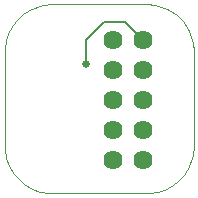
<source format=gbl>
G04 Layer_Physical_Order=2*
G04 Layer_Color=16711680*
%FSLAX25Y25*%
%MOIN*%
G70*
G01*
G75*
%ADD11C,0.00800*%
%ADD12C,0.00050*%
%ADD13C,0.06378*%
%ADD14C,0.02500*%
D11*
X27000Y51000D02*
X33000Y57000D01*
X27000Y43000D02*
Y51000D01*
X33000Y57000D02*
X40000D01*
X46000Y51000D01*
D12*
X62992Y47244D02*
X62961Y48233D01*
X62868Y49218D01*
X62713Y50195D01*
X62497Y51161D01*
X62221Y52110D01*
X61886Y53041D01*
X61493Y53949D01*
X61044Y54831D01*
X60541Y55682D01*
X59984Y56501D01*
X59378Y57282D01*
X58724Y58024D01*
X58024Y58724D01*
X57282Y59378D01*
X56501Y59984D01*
X55682Y60541D01*
X54831Y61044D01*
X53949Y61493D01*
X53041Y61886D01*
X52110Y62221D01*
X51161Y62497D01*
X50195Y62713D01*
X49218Y62868D01*
X48233Y62961D01*
X47244Y62992D01*
X47244Y0D02*
X48233Y31D01*
X49218Y124D01*
X50195Y279D01*
X51161Y495D01*
X52110Y771D01*
X53041Y1106D01*
X53949Y1499D01*
X54831Y1948D01*
X55682Y2451D01*
X56501Y3008D01*
X57282Y3614D01*
X58024Y4268D01*
X58724Y4968D01*
X59378Y5710D01*
X59984Y6492D01*
X60541Y7310D01*
X61044Y8161D01*
X61493Y9043D01*
X61886Y9951D01*
X62221Y10882D01*
X62497Y11832D01*
X62713Y12797D01*
X62868Y13774D01*
X62961Y14759D01*
X62992Y15748D01*
X15748Y62992D02*
X14759Y62961D01*
X13774Y62868D01*
X12797Y62713D01*
X11832Y62497D01*
X10882Y62221D01*
X9951Y61886D01*
X9043Y61493D01*
X8161Y61044D01*
X7310Y60541D01*
X6492Y59984D01*
X5710Y59378D01*
X4968Y58724D01*
X4268Y58024D01*
X3614Y57282D01*
X3008Y56501D01*
X2451Y55682D01*
X1948Y54831D01*
X1499Y53949D01*
X1106Y53041D01*
X771Y52110D01*
X495Y51160D01*
X279Y50195D01*
X124Y49218D01*
X31Y48233D01*
X0Y47244D01*
Y15748D02*
X31Y14759D01*
X124Y13774D01*
X279Y12797D01*
X495Y11832D01*
X771Y10882D01*
X1106Y9951D01*
X1499Y9043D01*
X1948Y8161D01*
X2451Y7310D01*
X3008Y6492D01*
X3614Y5710D01*
X4268Y4968D01*
X4968Y4268D01*
X5710Y3614D01*
X6492Y3008D01*
X7310Y2451D01*
X8161Y1948D01*
X9043Y1499D01*
X9951Y1106D01*
X10882Y771D01*
X11832Y495D01*
X12797Y279D01*
X13774Y124D01*
X14759Y31D01*
X15748Y0D01*
X15748D02*
X47244D01*
X0Y15748D02*
Y47244D01*
X15748Y62992D02*
X47244D01*
X62992Y15748D02*
Y47244D01*
D13*
X36000Y51000D02*
D03*
X46000D02*
D03*
X36000Y41000D02*
D03*
X46000D02*
D03*
X36000Y31000D02*
D03*
X46000D02*
D03*
X36000Y21000D02*
D03*
X46000D02*
D03*
X36000Y11000D02*
D03*
X46000D02*
D03*
D14*
X27000Y43000D02*
D03*
M02*

</source>
